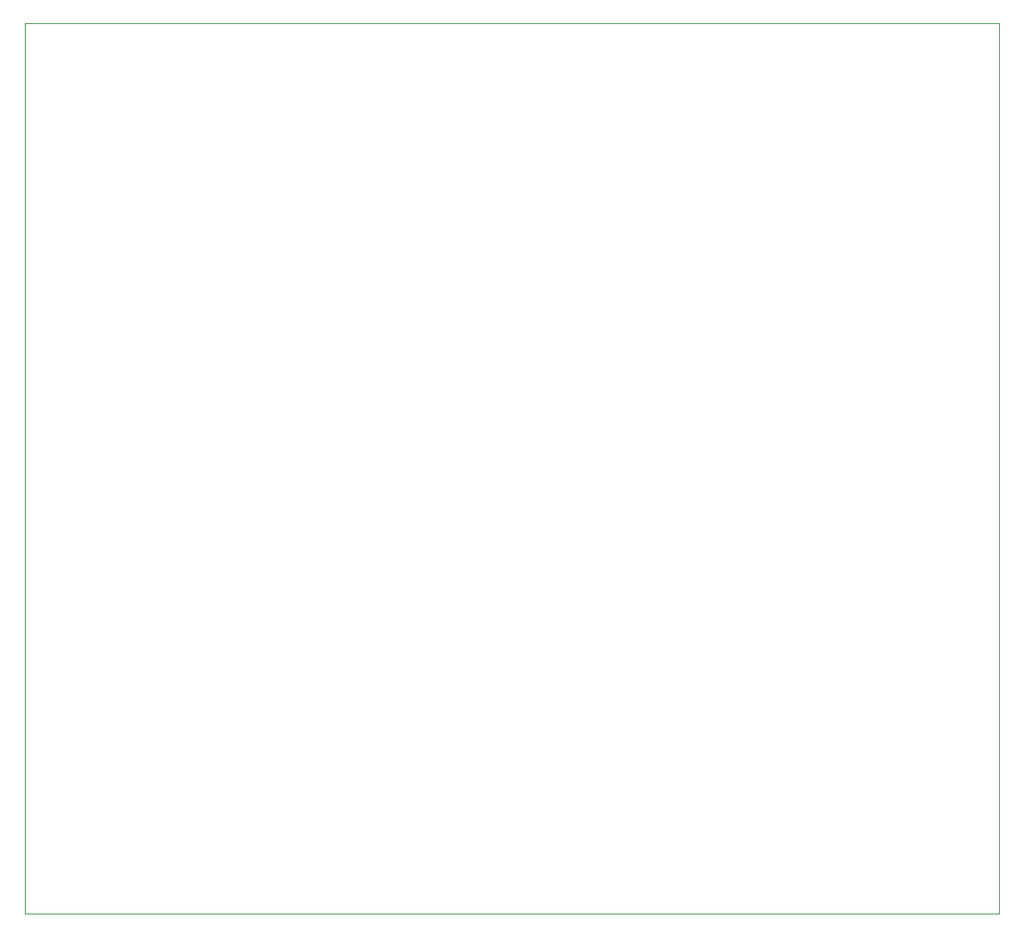
<source format=gbr>
%TF.GenerationSoftware,KiCad,Pcbnew,7.0.8*%
%TF.CreationDate,2024-04-05T12:05:25+02:00*%
%TF.ProjectId,menelaos-rev-4,6d656e65-6c61-46f7-932d-7265762d342e,rev?*%
%TF.SameCoordinates,Original*%
%TF.FileFunction,Profile,NP*%
%FSLAX46Y46*%
G04 Gerber Fmt 4.6, Leading zero omitted, Abs format (unit mm)*
G04 Created by KiCad (PCBNEW 7.0.8) date 2024-04-05 12:05:25*
%MOMM*%
%LPD*%
G01*
G04 APERTURE LIST*
%TA.AperFunction,Profile*%
%ADD10C,0.100000*%
%TD*%
G04 APERTURE END LIST*
D10*
X184100000Y-47750000D02*
X283600000Y-47750000D01*
X283600000Y-138750000D01*
X184100000Y-138750000D01*
X184100000Y-47750000D01*
M02*

</source>
